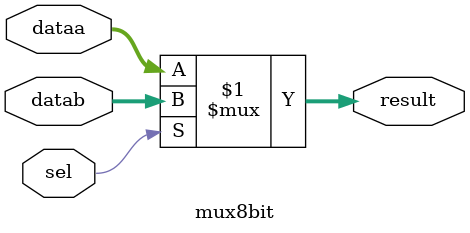
<source format=v>



module mux8bit(
    input sel,             // 선택 신호
    input [7:0] dataa,     // 입력 데이터 A
    input [7:0] datab,     // 입력 데이터 B
    output [7:0] result    // 출력 데이터
);

    assign result = (sel) ? datab : dataa; 

endmodule

</source>
